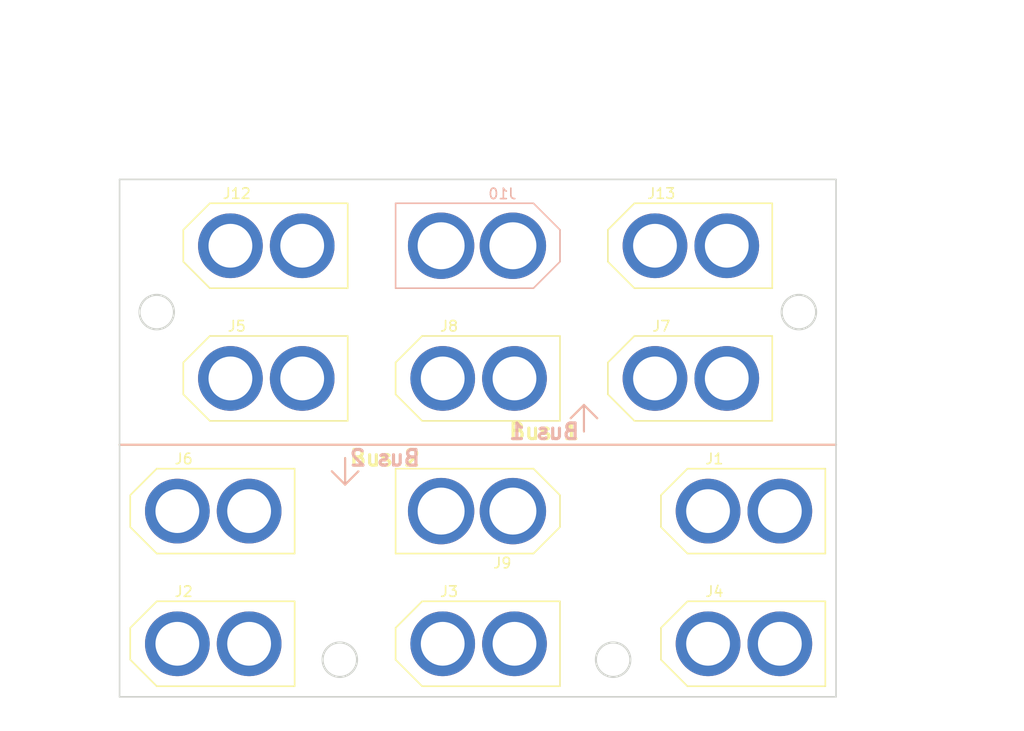
<source format=kicad_pcb>
(kicad_pcb (version 4) (host pcbnew 4.0.6)

  (general
    (links 20)
    (no_connects 20)
    (area 98.016287 64.864 198.147715 136.304001)
    (thickness 1.6)
    (drawings 35)
    (tracks 0)
    (zones 0)
    (modules 12)
    (nets 5)
  )

  (page A4)
  (layers
    (0 F.Cu signal)
    (31 B.Cu signal)
    (32 B.Adhes user)
    (33 F.Adhes user)
    (34 B.Paste user)
    (35 F.Paste user)
    (36 B.SilkS user)
    (37 F.SilkS user)
    (38 B.Mask user)
    (39 F.Mask user)
    (40 Dwgs.User user)
    (41 Cmts.User user)
    (42 Eco1.User user)
    (43 Eco2.User user)
    (44 Edge.Cuts user)
    (45 Margin user)
    (46 B.CrtYd user)
    (47 F.CrtYd user)
    (48 B.Fab user)
    (49 F.Fab user)
  )

  (setup
    (last_trace_width 0.25)
    (trace_clearance 0.2)
    (zone_clearance 0.635)
    (zone_45_only no)
    (trace_min 0.2)
    (segment_width 0.2)
    (edge_width 0.2)
    (via_size 0.6)
    (via_drill 0.4)
    (via_min_size 0.4)
    (via_min_drill 0.3)
    (uvia_size 0.3)
    (uvia_drill 0.1)
    (uvias_allowed no)
    (uvia_min_size 0.2)
    (uvia_min_drill 0.1)
    (pcb_text_width 0.3)
    (pcb_text_size 1.5 1.5)
    (mod_edge_width 0.15)
    (mod_text_size 1 1)
    (mod_text_width 0.15)
    (pad_size 4.8 4.8)
    (pad_drill 3.8)
    (pad_to_mask_clearance 0.2)
    (aux_axis_origin 108.712 131.064)
    (grid_origin 173.99 106.68)
    (visible_elements 7FFFFFFF)
    (pcbplotparams
      (layerselection 0x00030_80000001)
      (usegerberextensions false)
      (excludeedgelayer true)
      (linewidth 0.100000)
      (plotframeref false)
      (viasonmask false)
      (mode 1)
      (useauxorigin false)
      (hpglpennumber 1)
      (hpglpenspeed 20)
      (hpglpendiameter 15)
      (hpglpenoverlay 2)
      (psnegative false)
      (psa4output false)
      (plotreference true)
      (plotvalue true)
      (plotinvisibletext false)
      (padsonsilk false)
      (subtractmaskfromsilk false)
      (outputformat 1)
      (mirror false)
      (drillshape 1)
      (scaleselection 1)
      (outputdirectory ""))
  )

  (net 0 "")
  (net 1 /LP0)
  (net 2 /LP12)
  (net 3 /HP0)
  (net 4 /HP22)

  (net_class Default "This is the default net class."
    (clearance 0.2)
    (trace_width 0.25)
    (via_dia 0.6)
    (via_drill 0.4)
    (uvia_dia 0.3)
    (uvia_drill 0.1)
    (add_net /HP0)
    (add_net /HP22)
    (add_net /LP0)
    (add_net /LP12)
  )

  (module "Power Connectors:XT60-M" (layer B.Cu) (tedit 5C0C0152) (tstamp 5C0A2A35)
    (at 143.002 87.884 90)
    (path /5C0A2273)
    (fp_text reference J10 (at 4.971 2.353 360) (layer B.SilkS)
      (effects (font (size 1 1) (thickness 0.15)) (justify mirror))
    )
    (fp_text value XT60-M (at 4.971 -3.397 360) (layer B.Fab)
      (effects (font (size 1 1) (thickness 0.15)) (justify mirror))
    )
    (fp_line (start 4.064 5.32765) (end 4.064 -7.86765) (layer B.SilkS) (width 0.15))
    (fp_line (start 1.524 7.86765) (end 4.064 5.32765) (layer B.SilkS) (width 0.15))
    (fp_line (start -1.524 7.86765) (end 1.524 7.86765) (layer B.SilkS) (width 0.15))
    (fp_line (start -4.064 5.32765) (end -1.524 7.86765) (layer B.SilkS) (width 0.15))
    (fp_line (start -4.064 -7.86765) (end -4.064 5.32765) (layer B.SilkS) (width 0.15))
    (fp_line (start -4.064 -7.86765) (end 4.064 -7.86765) (layer B.SilkS) (width 0.15))
    (pad 1 thru_hole circle (at 0 3.35915 90) (size 6.35 6.35) (drill 4.4958) (layers *.Cu *.Mask)
      (net 3 /HP0))
    (pad 2 thru_hole circle (at 0 -3.51155 90) (size 6.35 6.35) (drill 4.4958) (layers *.Cu *.Mask)
      (net 4 /HP22))
  )

  (module "Power Connectors:XT60-M" (layer F.Cu) (tedit 5C0C0152) (tstamp 5C0A2A29)
    (at 143.002 113.284 270)
    (path /5C0A20CB)
    (fp_text reference J9 (at 4.971 -2.353 360) (layer F.SilkS)
      (effects (font (size 1 1) (thickness 0.15)))
    )
    (fp_text value XT60-M (at 4.971 3.397 360) (layer F.Fab)
      (effects (font (size 1 1) (thickness 0.15)))
    )
    (fp_line (start 4.064 -5.32765) (end 4.064 7.86765) (layer F.SilkS) (width 0.15))
    (fp_line (start 1.524 -7.86765) (end 4.064 -5.32765) (layer F.SilkS) (width 0.15))
    (fp_line (start -1.524 -7.86765) (end 1.524 -7.86765) (layer F.SilkS) (width 0.15))
    (fp_line (start -4.064 -5.32765) (end -1.524 -7.86765) (layer F.SilkS) (width 0.15))
    (fp_line (start -4.064 7.86765) (end -4.064 -5.32765) (layer F.SilkS) (width 0.15))
    (fp_line (start -4.064 7.86765) (end 4.064 7.86765) (layer F.SilkS) (width 0.15))
    (pad 1 thru_hole circle (at 0 -3.35915 270) (size 6.35 6.35) (drill 4.4958) (layers *.Cu *.Mask)
      (net 1 /LP0))
    (pad 2 thru_hole circle (at 0 3.51155 270) (size 6.35 6.35) (drill 4.4958) (layers *.Cu *.Mask)
      (net 2 /LP12))
  )

  (module "Power Connectors:XT60-F" (layer F.Cu) (tedit 5C0BFF2D) (tstamp 5C0A310A)
    (at 163.322 87.884 90)
    (path /5C0A3BE1)
    (fp_text reference J13 (at 5 -2.75 180) (layer F.SilkS)
      (effects (font (size 1 1) (thickness 0.15)))
    )
    (fp_text value XT60-F (at 5 3.75 180) (layer F.Fab)
      (effects (font (size 1 1) (thickness 0.15)))
    )
    (fp_line (start -4.064 7.86765) (end 4.064 7.86765) (layer F.SilkS) (width 0.15))
    (fp_line (start 4.064 -5.32765) (end 4.064 7.86765) (layer F.SilkS) (width 0.15))
    (fp_line (start 1.524 -7.86765) (end 4.064 -5.32765) (layer F.SilkS) (width 0.15))
    (fp_line (start -1.524 -7.86765) (end 1.524 -7.86765) (layer F.SilkS) (width 0.15))
    (fp_line (start -4.064 -5.32765) (end -1.524 -7.86765) (layer F.SilkS) (width 0.15))
    (fp_line (start -4.064 7.86765) (end -4.064 -5.32765) (layer F.SilkS) (width 0.15))
    (pad 1 thru_hole circle (at 0 -3.35915 90) (size 6.18998 6.18998) (drill 4.191) (layers *.Cu *.Mask)
      (net 3 /HP0))
    (pad 2 thru_hole circle (at 0 3.51155 90) (size 6.18998 6.18998) (drill 4.191) (layers *.Cu *.Mask)
      (net 4 /HP22))
  )

  (module "Power Connectors:XT60-F" (layer F.Cu) (tedit 5C0BFF2D) (tstamp 5C0A30A4)
    (at 122.682 87.884 90)
    (path /5C0A3BDB)
    (fp_text reference J12 (at 5 -2.75 180) (layer F.SilkS)
      (effects (font (size 1 1) (thickness 0.15)))
    )
    (fp_text value XT60-F (at 5 3.75 180) (layer F.Fab)
      (effects (font (size 1 1) (thickness 0.15)))
    )
    (fp_line (start -4.064 7.86765) (end 4.064 7.86765) (layer F.SilkS) (width 0.15))
    (fp_line (start 4.064 -5.32765) (end 4.064 7.86765) (layer F.SilkS) (width 0.15))
    (fp_line (start 1.524 -7.86765) (end 4.064 -5.32765) (layer F.SilkS) (width 0.15))
    (fp_line (start -1.524 -7.86765) (end 1.524 -7.86765) (layer F.SilkS) (width 0.15))
    (fp_line (start -4.064 -5.32765) (end -1.524 -7.86765) (layer F.SilkS) (width 0.15))
    (fp_line (start -4.064 7.86765) (end -4.064 -5.32765) (layer F.SilkS) (width 0.15))
    (pad 1 thru_hole circle (at 0 -3.35915 90) (size 6.18998 6.18998) (drill 4.191) (layers *.Cu *.Mask)
      (net 3 /HP0))
    (pad 2 thru_hole circle (at 0 3.51155 90) (size 6.18998 6.18998) (drill 4.191) (layers *.Cu *.Mask)
      (net 4 /HP22))
  )

  (module "Power Connectors:XT60-F" (layer F.Cu) (tedit 5C0BFF2D) (tstamp 5C0A2A1D)
    (at 143.002 100.584 90)
    (path /5C0A2765)
    (fp_text reference J8 (at 5 -2.75 180) (layer F.SilkS)
      (effects (font (size 1 1) (thickness 0.15)))
    )
    (fp_text value XT60-F (at 5 3.75 180) (layer F.Fab)
      (effects (font (size 1 1) (thickness 0.15)))
    )
    (fp_line (start -4.064 7.86765) (end 4.064 7.86765) (layer F.SilkS) (width 0.15))
    (fp_line (start 4.064 -5.32765) (end 4.064 7.86765) (layer F.SilkS) (width 0.15))
    (fp_line (start 1.524 -7.86765) (end 4.064 -5.32765) (layer F.SilkS) (width 0.15))
    (fp_line (start -1.524 -7.86765) (end 1.524 -7.86765) (layer F.SilkS) (width 0.15))
    (fp_line (start -4.064 -5.32765) (end -1.524 -7.86765) (layer F.SilkS) (width 0.15))
    (fp_line (start -4.064 7.86765) (end -4.064 -5.32765) (layer F.SilkS) (width 0.15))
    (pad 1 thru_hole circle (at 0 -3.35915 90) (size 6.18998 6.18998) (drill 4.191) (layers *.Cu *.Mask)
      (net 3 /HP0))
    (pad 2 thru_hole circle (at 0 3.51155 90) (size 6.18998 6.18998) (drill 4.191) (layers *.Cu *.Mask)
      (net 4 /HP22))
  )

  (module "Power Connectors:XT60-F" (layer F.Cu) (tedit 5C0BFF2D) (tstamp 5C0A2A11)
    (at 163.322 100.584 90)
    (path /5C0A21DE)
    (fp_text reference J7 (at 5 -2.75 180) (layer F.SilkS)
      (effects (font (size 1 1) (thickness 0.15)))
    )
    (fp_text value XT60-F (at 5 3.75 180) (layer F.Fab)
      (effects (font (size 1 1) (thickness 0.15)))
    )
    (fp_line (start -4.064 7.86765) (end 4.064 7.86765) (layer F.SilkS) (width 0.15))
    (fp_line (start 4.064 -5.32765) (end 4.064 7.86765) (layer F.SilkS) (width 0.15))
    (fp_line (start 1.524 -7.86765) (end 4.064 -5.32765) (layer F.SilkS) (width 0.15))
    (fp_line (start -1.524 -7.86765) (end 1.524 -7.86765) (layer F.SilkS) (width 0.15))
    (fp_line (start -4.064 -5.32765) (end -1.524 -7.86765) (layer F.SilkS) (width 0.15))
    (fp_line (start -4.064 7.86765) (end -4.064 -5.32765) (layer F.SilkS) (width 0.15))
    (pad 1 thru_hole circle (at 0 -3.35915 90) (size 6.18998 6.18998) (drill 4.191) (layers *.Cu *.Mask)
      (net 3 /HP0))
    (pad 2 thru_hole circle (at 0 3.51155 90) (size 6.18998 6.18998) (drill 4.191) (layers *.Cu *.Mask)
      (net 4 /HP22))
  )

  (module "Power Connectors:XT60-F" (layer F.Cu) (tedit 5C0BFF2D) (tstamp 5C0A2A05)
    (at 117.602 113.284 90)
    (path /5C0A208A)
    (fp_text reference J6 (at 5 -2.75 180) (layer F.SilkS)
      (effects (font (size 1 1) (thickness 0.15)))
    )
    (fp_text value XT60-F (at 5 3.75 180) (layer F.Fab)
      (effects (font (size 1 1) (thickness 0.15)))
    )
    (fp_line (start -4.064 7.86765) (end 4.064 7.86765) (layer F.SilkS) (width 0.15))
    (fp_line (start 4.064 -5.32765) (end 4.064 7.86765) (layer F.SilkS) (width 0.15))
    (fp_line (start 1.524 -7.86765) (end 4.064 -5.32765) (layer F.SilkS) (width 0.15))
    (fp_line (start -1.524 -7.86765) (end 1.524 -7.86765) (layer F.SilkS) (width 0.15))
    (fp_line (start -4.064 -5.32765) (end -1.524 -7.86765) (layer F.SilkS) (width 0.15))
    (fp_line (start -4.064 7.86765) (end -4.064 -5.32765) (layer F.SilkS) (width 0.15))
    (pad 1 thru_hole circle (at 0 -3.35915 90) (size 6.18998 6.18998) (drill 4.191) (layers *.Cu *.Mask)
      (net 1 /LP0))
    (pad 2 thru_hole circle (at 0 3.51155 90) (size 6.18998 6.18998) (drill 4.191) (layers *.Cu *.Mask)
      (net 2 /LP12))
  )

  (module "Power Connectors:XT60-F" (layer F.Cu) (tedit 5C0BFF2D) (tstamp 5C0A29F9)
    (at 122.682 100.584 90)
    (path /5C0A21D8)
    (fp_text reference J5 (at 5 -2.75 180) (layer F.SilkS)
      (effects (font (size 1 1) (thickness 0.15)))
    )
    (fp_text value XT60-F (at 5 3.75 180) (layer F.Fab)
      (effects (font (size 1 1) (thickness 0.15)))
    )
    (fp_line (start -4.064 7.86765) (end 4.064 7.86765) (layer F.SilkS) (width 0.15))
    (fp_line (start 4.064 -5.32765) (end 4.064 7.86765) (layer F.SilkS) (width 0.15))
    (fp_line (start 1.524 -7.86765) (end 4.064 -5.32765) (layer F.SilkS) (width 0.15))
    (fp_line (start -1.524 -7.86765) (end 1.524 -7.86765) (layer F.SilkS) (width 0.15))
    (fp_line (start -4.064 -5.32765) (end -1.524 -7.86765) (layer F.SilkS) (width 0.15))
    (fp_line (start -4.064 7.86765) (end -4.064 -5.32765) (layer F.SilkS) (width 0.15))
    (pad 1 thru_hole circle (at 0 -3.35915 90) (size 6.18998 6.18998) (drill 4.191) (layers *.Cu *.Mask)
      (net 3 /HP0))
    (pad 2 thru_hole circle (at 0 3.51155 90) (size 6.18998 6.18998) (drill 4.191) (layers *.Cu *.Mask)
      (net 4 /HP22))
  )

  (module "Power Connectors:XT60-F" (layer F.Cu) (tedit 5C0BFF2D) (tstamp 5C0A29ED)
    (at 168.402 125.984 90)
    (path /5C0A2049)
    (fp_text reference J4 (at 5 -2.75 180) (layer F.SilkS)
      (effects (font (size 1 1) (thickness 0.15)))
    )
    (fp_text value XT60-F (at 5 3.75 180) (layer F.Fab)
      (effects (font (size 1 1) (thickness 0.15)))
    )
    (fp_line (start -4.064 7.86765) (end 4.064 7.86765) (layer F.SilkS) (width 0.15))
    (fp_line (start 4.064 -5.32765) (end 4.064 7.86765) (layer F.SilkS) (width 0.15))
    (fp_line (start 1.524 -7.86765) (end 4.064 -5.32765) (layer F.SilkS) (width 0.15))
    (fp_line (start -1.524 -7.86765) (end 1.524 -7.86765) (layer F.SilkS) (width 0.15))
    (fp_line (start -4.064 -5.32765) (end -1.524 -7.86765) (layer F.SilkS) (width 0.15))
    (fp_line (start -4.064 7.86765) (end -4.064 -5.32765) (layer F.SilkS) (width 0.15))
    (pad 1 thru_hole circle (at 0 -3.35915 90) (size 6.18998 6.18998) (drill 4.191) (layers *.Cu *.Mask)
      (net 1 /LP0))
    (pad 2 thru_hole circle (at 0 3.51155 90) (size 6.18998 6.18998) (drill 4.191) (layers *.Cu *.Mask)
      (net 2 /LP12))
  )

  (module "Power Connectors:XT60-F" (layer F.Cu) (tedit 5C0BFF2D) (tstamp 5C0A29E1)
    (at 143.002 125.984 90)
    (path /5C0A2006)
    (fp_text reference J3 (at 5 -2.75 180) (layer F.SilkS)
      (effects (font (size 1 1) (thickness 0.15)))
    )
    (fp_text value XT60-F (at 5 3.75 180) (layer F.Fab)
      (effects (font (size 1 1) (thickness 0.15)))
    )
    (fp_line (start -4.064 7.86765) (end 4.064 7.86765) (layer F.SilkS) (width 0.15))
    (fp_line (start 4.064 -5.32765) (end 4.064 7.86765) (layer F.SilkS) (width 0.15))
    (fp_line (start 1.524 -7.86765) (end 4.064 -5.32765) (layer F.SilkS) (width 0.15))
    (fp_line (start -1.524 -7.86765) (end 1.524 -7.86765) (layer F.SilkS) (width 0.15))
    (fp_line (start -4.064 -5.32765) (end -1.524 -7.86765) (layer F.SilkS) (width 0.15))
    (fp_line (start -4.064 7.86765) (end -4.064 -5.32765) (layer F.SilkS) (width 0.15))
    (pad 1 thru_hole circle (at 0 -3.35915 90) (size 6.18998 6.18998) (drill 4.191) (layers *.Cu *.Mask)
      (net 1 /LP0))
    (pad 2 thru_hole circle (at 0 3.51155 90) (size 6.18998 6.18998) (drill 4.191) (layers *.Cu *.Mask)
      (net 2 /LP12))
  )

  (module "Power Connectors:XT60-F" (layer F.Cu) (tedit 5C0BFF2D) (tstamp 5C0A29D5)
    (at 117.602 125.984 90)
    (path /5C0A1FE7)
    (fp_text reference J2 (at 5 -2.75 180) (layer F.SilkS)
      (effects (font (size 1 1) (thickness 0.15)))
    )
    (fp_text value XT60-F (at 5 3.75 180) (layer F.Fab)
      (effects (font (size 1 1) (thickness 0.15)))
    )
    (fp_line (start -4.064 7.86765) (end 4.064 7.86765) (layer F.SilkS) (width 0.15))
    (fp_line (start 4.064 -5.32765) (end 4.064 7.86765) (layer F.SilkS) (width 0.15))
    (fp_line (start 1.524 -7.86765) (end 4.064 -5.32765) (layer F.SilkS) (width 0.15))
    (fp_line (start -1.524 -7.86765) (end 1.524 -7.86765) (layer F.SilkS) (width 0.15))
    (fp_line (start -4.064 -5.32765) (end -1.524 -7.86765) (layer F.SilkS) (width 0.15))
    (fp_line (start -4.064 7.86765) (end -4.064 -5.32765) (layer F.SilkS) (width 0.15))
    (pad 1 thru_hole circle (at 0 -3.35915 90) (size 6.18998 6.18998) (drill 4.191) (layers *.Cu *.Mask)
      (net 1 /LP0))
    (pad 2 thru_hole circle (at 0 3.51155 90) (size 6.18998 6.18998) (drill 4.191) (layers *.Cu *.Mask)
      (net 2 /LP12))
  )

  (module "Power Connectors:XT60-F" (layer F.Cu) (tedit 5C0BFF2D) (tstamp 5C0A29C9)
    (at 168.402 113.284 90)
    (path /5C0A1F76)
    (fp_text reference J1 (at 5 -2.75 180) (layer F.SilkS)
      (effects (font (size 1 1) (thickness 0.15)))
    )
    (fp_text value XT60-F (at 5 3.75 180) (layer F.Fab)
      (effects (font (size 1 1) (thickness 0.15)))
    )
    (fp_line (start -4.064 7.86765) (end 4.064 7.86765) (layer F.SilkS) (width 0.15))
    (fp_line (start 4.064 -5.32765) (end 4.064 7.86765) (layer F.SilkS) (width 0.15))
    (fp_line (start 1.524 -7.86765) (end 4.064 -5.32765) (layer F.SilkS) (width 0.15))
    (fp_line (start -1.524 -7.86765) (end 1.524 -7.86765) (layer F.SilkS) (width 0.15))
    (fp_line (start -4.064 -5.32765) (end -1.524 -7.86765) (layer F.SilkS) (width 0.15))
    (fp_line (start -4.064 7.86765) (end -4.064 -5.32765) (layer F.SilkS) (width 0.15))
    (pad 1 thru_hole circle (at 0 -3.35915 90) (size 6.18998 6.18998) (drill 4.191) (layers *.Cu *.Mask)
      (net 1 /LP0))
    (pad 2 thru_hole circle (at 0 3.51155 90) (size 6.18998 6.18998) (drill 4.191) (layers *.Cu *.Mask)
      (net 2 /LP12))
  )

  (gr_circle (center 129.794 127.508) (end 129.794 129.158) (layer Edge.Cuts) (width 0.2))
  (gr_circle (center 155.956 127.508) (end 155.956 129.158) (layer Edge.Cuts) (width 0.2))
  (gr_circle (center 112.268 94.234) (end 112.268 95.884) (layer Edge.Cuts) (width 0.2))
  (gr_circle (center 173.736 94.234) (end 173.736 95.884) (layer Edge.Cuts) (width 0.2))
  (gr_text "Bus 2" (at 134.112 108.204) (layer B.SilkS)
    (effects (font (size 1.5 1.5) (thickness 0.3)) (justify mirror))
  )
  (gr_text "Bus 1" (at 149.352 105.664) (layer B.SilkS)
    (effects (font (size 1.5 1.5) (thickness 0.3)) (justify mirror))
  )
  (gr_line (start 153.162 103.124) (end 151.892 104.394) (angle 90) (layer B.SilkS) (width 0.2))
  (gr_line (start 153.162 103.124) (end 154.432 104.394) (angle 90) (layer B.SilkS) (width 0.2))
  (gr_line (start 153.162 105.664) (end 153.162 103.124) (angle 90) (layer B.SilkS) (width 0.2))
  (gr_line (start 129.032 109.474) (end 130.302 110.744) (angle 90) (layer B.SilkS) (width 0.2))
  (gr_line (start 130.302 110.744) (end 131.572 109.474) (angle 90) (layer B.SilkS) (width 0.2))
  (gr_line (start 130.302 108.204) (end 130.302 110.744) (angle 90) (layer B.SilkS) (width 0.2))
  (gr_line (start 177.292 106.934) (end 108.712 106.934) (angle 90) (layer B.SilkS) (width 0.2))
  (gr_line (start 130.302 110.744) (end 129.032 109.474) (angle 90) (layer F.SilkS) (width 0.2))
  (gr_line (start 130.302 110.744) (end 131.572 109.474) (angle 90) (layer F.SilkS) (width 0.2))
  (gr_line (start 130.302 108.204) (end 130.302 110.744) (angle 90) (layer F.SilkS) (width 0.2))
  (gr_line (start 153.162 103.124) (end 154.432 104.394) (angle 90) (layer F.SilkS) (width 0.2))
  (gr_line (start 153.162 103.124) (end 151.892 104.394) (angle 90) (layer F.SilkS) (width 0.2))
  (gr_line (start 153.162 105.664) (end 153.162 103.124) (angle 90) (layer F.SilkS) (width 0.2))
  (gr_text "Bus 1" (at 149.352 105.664) (layer F.SilkS)
    (effects (font (size 1.5 1.5) (thickness 0.3)))
  )
  (gr_text "Bus 2" (at 134.112 108.204) (layer F.SilkS)
    (effects (font (size 1.5 1.5) (thickness 0.3)))
  )
  (gr_line (start 177.292 106.934) (end 108.712 106.934) (angle 90) (layer F.SilkS) (width 0.2))
  (dimension 68.58 (width 0.3) (layer Cmts.User)
    (gr_text "2.7000 in" (at 143.002 66.214) (layer Cmts.User)
      (effects (font (size 1.5 1.5) (thickness 0.3)))
    )
    (feature1 (pts (xy 177.292 81.534) (xy 177.292 64.864)))
    (feature2 (pts (xy 108.712 81.534) (xy 108.712 64.864)))
    (crossbar (pts (xy 108.712 67.564) (xy 177.292 67.564)))
    (arrow1a (pts (xy 177.292 67.564) (xy 176.165496 68.150421)))
    (arrow1b (pts (xy 177.292 67.564) (xy 176.165496 66.977579)))
    (arrow2a (pts (xy 108.712 67.564) (xy 109.838504 68.150421)))
    (arrow2b (pts (xy 108.712 67.564) (xy 109.838504 66.977579)))
  )
  (dimension 49.53 (width 0.3) (layer Cmts.User)
    (gr_text "1.9500 in" (at 103.552 106.299 270) (layer Cmts.User)
      (effects (font (size 1.5 1.5) (thickness 0.3)))
    )
    (feature1 (pts (xy 108.712 131.064) (xy 102.202 131.064)))
    (feature2 (pts (xy 108.712 81.534) (xy 102.202 81.534)))
    (crossbar (pts (xy 104.902 81.534) (xy 104.902 131.064)))
    (arrow1a (pts (xy 104.902 131.064) (xy 104.315579 129.937496)))
    (arrow1b (pts (xy 104.902 131.064) (xy 105.488421 129.937496)))
    (arrow2a (pts (xy 104.902 81.534) (xy 104.315579 82.660504)))
    (arrow2b (pts (xy 104.902 81.534) (xy 105.488421 82.660504)))
  )
  (dimension 12.7 (width 0.3) (layer Cmts.User)
    (gr_text "0.5000 in" (at 192.612 94.234 90) (layer Cmts.User)
      (effects (font (size 1.5 1.5) (thickness 0.3)))
    )
    (feature1 (pts (xy 159.512 87.884) (xy 193.962 87.884)))
    (feature2 (pts (xy 159.512 100.584) (xy 193.962 100.584)))
    (crossbar (pts (xy 191.262 100.584) (xy 191.262 87.884)))
    (arrow1a (pts (xy 191.262 87.884) (xy 191.848421 89.010504)))
    (arrow1b (pts (xy 191.262 87.884) (xy 190.675579 89.010504)))
    (arrow2a (pts (xy 191.262 100.584) (xy 191.848421 99.457496)))
    (arrow2b (pts (xy 191.262 100.584) (xy 190.675579 99.457496)))
  )
  (dimension 68.58 (width 0.3) (layer Cmts.User)
    (gr_text "2.7000 in" (at 143.002 68.754) (layer Cmts.User) (tstamp 5C0A9FE9)
      (effects (font (size 1.5 1.5) (thickness 0.3)))
    )
    (feature1 (pts (xy 177.292 78.994) (xy 177.292 67.404)))
    (feature2 (pts (xy 108.712 78.994) (xy 108.712 67.404)))
    (crossbar (pts (xy 108.712 70.104) (xy 177.292 70.104)))
    (arrow1a (pts (xy 177.292 70.104) (xy 176.165496 70.690421)))
    (arrow1b (pts (xy 177.292 70.104) (xy 176.165496 69.517579)))
    (arrow2a (pts (xy 108.712 70.104) (xy 109.838504 70.690421)))
    (arrow2b (pts (xy 108.712 70.104) (xy 109.838504 69.517579)))
  )
  (gr_line (start 108.712 81.534) (end 108.712 131.064) (angle 90) (layer Edge.Cuts) (width 0.15))
  (gr_line (start 177.292 81.534) (end 108.712 81.534) (angle 90) (layer Edge.Cuts) (width 0.15))
  (gr_line (start 177.292 131.064) (end 177.292 81.534) (angle 90) (layer Edge.Cuts) (width 0.15))
  (gr_line (start 108.712 131.064) (end 177.292 131.064) (angle 90) (layer Edge.Cuts) (width 0.15))
  (dimension 20.32 (width 0.3) (layer Cmts.User)
    (gr_text "0.8000 in" (at 149.352 72.564) (layer Cmts.User)
      (effects (font (size 1.5 1.5) (thickness 0.3)))
    )
    (feature1 (pts (xy 139.192 85.344) (xy 139.192 71.214)))
    (feature2 (pts (xy 159.512 85.344) (xy 159.512 71.214)))
    (crossbar (pts (xy 159.512 73.914) (xy 139.192 73.914)))
    (arrow1a (pts (xy 139.192 73.914) (xy 140.318504 73.327579)))
    (arrow1b (pts (xy 139.192 73.914) (xy 140.318504 74.500421)))
    (arrow2a (pts (xy 159.512 73.914) (xy 158.385496 73.327579)))
    (arrow2b (pts (xy 159.512 73.914) (xy 158.385496 74.500421)))
  )
  (dimension 20.32 (width 0.3) (layer Cmts.User)
    (gr_text "0.8000 in" (at 129.032 72.564) (layer Cmts.User)
      (effects (font (size 1.5 1.5) (thickness 0.3)))
    )
    (feature1 (pts (xy 118.872 85.344) (xy 118.872 71.214)))
    (feature2 (pts (xy 139.192 85.344) (xy 139.192 71.214)))
    (crossbar (pts (xy 139.192 73.914) (xy 118.872 73.914)))
    (arrow1a (pts (xy 118.872 73.914) (xy 119.998504 73.327579)))
    (arrow1b (pts (xy 118.872 73.914) (xy 119.998504 74.500421)))
    (arrow2a (pts (xy 139.192 73.914) (xy 138.065496 73.327579)))
    (arrow2b (pts (xy 139.192 73.914) (xy 138.065496 74.500421)))
  )
  (dimension 12.7 (width 0.3) (layer Cmts.User)
    (gr_text "0.5000 in" (at 181.182 119.634 90) (layer Cmts.User)
      (effects (font (size 1.5 1.5) (thickness 0.3)))
    )
    (feature1 (pts (xy 139.192 113.284) (xy 182.532 113.284)))
    (feature2 (pts (xy 139.192 125.984) (xy 182.532 125.984)))
    (crossbar (pts (xy 179.832 125.984) (xy 179.832 113.284)))
    (arrow1a (pts (xy 179.832 113.284) (xy 180.418421 114.410504)))
    (arrow1b (pts (xy 179.832 113.284) (xy 179.245579 114.410504)))
    (arrow2a (pts (xy 179.832 125.984) (xy 180.418421 124.857496)))
    (arrow2b (pts (xy 179.832 125.984) (xy 179.245579 124.857496)))
  )
  (dimension 25.4 (width 0.3) (layer Cmts.User)
    (gr_text "1.0000 in" (at 126.492 134.954) (layer Cmts.User) (tstamp 5C0A9B3C)
      (effects (font (size 1.5 1.5) (thickness 0.3)))
    )
    (feature1 (pts (xy 113.792 125.984) (xy 113.792 136.304)))
    (feature2 (pts (xy 139.192 125.984) (xy 139.192 136.304)))
    (crossbar (pts (xy 139.192 133.604) (xy 113.792 133.604)))
    (arrow1a (pts (xy 113.792 133.604) (xy 114.918504 133.017579)))
    (arrow1b (pts (xy 113.792 133.604) (xy 114.918504 134.190421)))
    (arrow2a (pts (xy 139.192 133.604) (xy 138.065496 133.017579)))
    (arrow2b (pts (xy 139.192 133.604) (xy 138.065496 134.190421)))
  )
  (dimension 25.4 (width 0.3) (layer Cmts.User)
    (gr_text "1.0000 in" (at 151.892 134.953999) (layer Cmts.User)
      (effects (font (size 1.5 1.5) (thickness 0.3)))
    )
    (feature1 (pts (xy 164.592 125.984) (xy 164.592 136.303999)))
    (feature2 (pts (xy 139.192 125.984) (xy 139.192 136.303999)))
    (crossbar (pts (xy 139.192 133.603999) (xy 164.592 133.603999)))
    (arrow1a (pts (xy 164.592 133.603999) (xy 163.465496 134.19042)))
    (arrow1b (pts (xy 164.592 133.603999) (xy 163.465496 133.017578)))
    (arrow2a (pts (xy 139.192 133.603999) (xy 140.318504 134.19042)))
    (arrow2b (pts (xy 139.192 133.603999) (xy 140.318504 133.017578)))
  )

  (zone (net 3) (net_name /HP0) (layer B.Cu) (tstamp 5C0A9E3A) (hatch edge 0.508)
    (connect_pads yes (clearance 0.635))
    (min_thickness 0.254)
    (fill (arc_segments 32) (thermal_gap 0.508) (thermal_bridge_width 0.508))
    (polygon
      (pts
        (xy 108.712 81.534) (xy 177.292 81.534) (xy 177.292 106.172) (xy 108.712 106.172)
      )
    )
  )
  (zone (net 1) (net_name /LP0) (layer B.Cu) (tstamp 5C0A9E84) (hatch edge 0.508)
    (connect_pads yes (clearance 0.635))
    (min_thickness 0.254)
    (fill (arc_segments 32) (thermal_gap 0.508) (thermal_bridge_width 0.508))
    (polygon
      (pts
        (xy 177.546 107.696) (xy 177.292 131.064) (xy 108.712 131.064) (xy 108.966 107.696)
      )
    )
  )
  (zone (net 4) (net_name /HP22) (layer F.Cu) (tstamp 5C0A9E93) (hatch edge 0.508)
    (connect_pads yes (clearance 0.635))
    (min_thickness 0.254)
    (fill (arc_segments 32) (thermal_gap 0.508) (thermal_bridge_width 0.508))
    (polygon
      (pts
        (xy 108.712 81.534) (xy 177.292 81.534) (xy 177.292 106.172) (xy 108.712 106.172)
      )
    )
  )
  (zone (net 2) (net_name /LP12) (layer F.Cu) (tstamp 5C0A9E9F) (hatch edge 0.508)
    (connect_pads yes (clearance 0.635))
    (min_thickness 0.254)
    (fill (arc_segments 32) (thermal_gap 0.508) (thermal_bridge_width 0.508))
    (polygon
      (pts
        (xy 108.712 107.696) (xy 177.292 107.696) (xy 177.292 131.064) (xy 108.712 131.064)
      )
    )
  )
)

</source>
